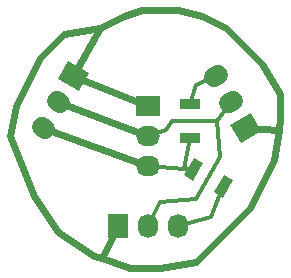
<source format=gbr>
G04 #@! TF.FileFunction,Copper,L1,Top,Signal*
%FSLAX46Y46*%
G04 Gerber Fmt 4.6, Leading zero omitted, Abs format (unit mm)*
G04 Created by KiCad (PCBNEW 4.0.1-stable) date 12/13/2016 5:42:41 PM*
%MOMM*%
G01*
G04 APERTURE LIST*
%ADD10C,0.100000*%
%ADD11C,1.727200*%
%ADD12R,1.727200X2.032000*%
%ADD13O,1.727200X2.032000*%
%ADD14R,2.032000X1.727200*%
%ADD15O,2.032000X1.727200*%
%ADD16R,1.700000X0.900000*%
%ADD17C,0.300000*%
%ADD18C,0.600000*%
G04 APERTURE END LIST*
D10*
G36*
X150943082Y-87009100D02*
X151806682Y-88504900D01*
X150046918Y-89520900D01*
X149183318Y-88025100D01*
X150943082Y-87009100D01*
X150943082Y-87009100D01*
G37*
D11*
X149356982Y-85989095D02*
X149093018Y-86141495D01*
X148086982Y-83789391D02*
X147823018Y-83941791D01*
D12*
X139700000Y-96520000D03*
D13*
X142240000Y-96520000D03*
X144780000Y-96520000D03*
D14*
X142240000Y-86360000D03*
D15*
X142240000Y-88900000D03*
X142240000Y-91440000D03*
D10*
G36*
X134578318Y-84059900D02*
X135441918Y-82564100D01*
X137201682Y-83580100D01*
X136338082Y-85075900D01*
X134578318Y-84059900D01*
X134578318Y-84059900D01*
G37*
D11*
X134488018Y-85943505D02*
X134751982Y-86095905D01*
X133218018Y-88143209D02*
X133481982Y-88295609D01*
D10*
G36*
X145249552Y-92242122D02*
X146099552Y-90769878D01*
X146878974Y-91219878D01*
X146028974Y-92692122D01*
X145249552Y-92242122D01*
X145249552Y-92242122D01*
G37*
G36*
X147761026Y-93692122D02*
X148611026Y-92219878D01*
X149390448Y-92669878D01*
X148540448Y-94142122D01*
X147761026Y-93692122D01*
X147761026Y-93692122D01*
G37*
D16*
X145796000Y-89080000D03*
X145796000Y-86180000D03*
D17*
X142240000Y-96520000D02*
X143256000Y-94488000D01*
X148336000Y-90678000D02*
X148082000Y-87630000D01*
X146304000Y-94234000D02*
X148336000Y-90678000D01*
X143256000Y-94488000D02*
X146304000Y-94234000D01*
X142240000Y-88900000D02*
X143764000Y-88392000D01*
X148082000Y-87630000D02*
X149225000Y-86065295D01*
X144272000Y-87630000D02*
X148082000Y-87630000D01*
X143764000Y-88392000D02*
X144272000Y-87630000D01*
D18*
X134620000Y-86019705D02*
X142240000Y-88900000D01*
D17*
X144780000Y-96520000D02*
X147574000Y-95758000D01*
X147574000Y-95758000D02*
X148575737Y-93181000D01*
X145796000Y-89080000D02*
X145238880Y-91668194D01*
X146064263Y-91731000D02*
X145238880Y-91668194D01*
X145238880Y-91668194D02*
X142240000Y-91440000D01*
X145796000Y-86180000D02*
X146304000Y-84582000D01*
X146304000Y-84582000D02*
X147955000Y-83865591D01*
D18*
X133350000Y-88219409D02*
X142240000Y-91440000D01*
X139700000Y-96520000D02*
X138321143Y-99277714D01*
X135890000Y-83820000D02*
X142240000Y-86360000D01*
X150495000Y-88265000D02*
X153268149Y-88410955D01*
X153268149Y-88410955D02*
X153268149Y-88410957D01*
X135890000Y-83820000D02*
X138176000Y-79756000D01*
X138176000Y-79756000D02*
X140208000Y-78740000D01*
X140208000Y-78740000D02*
X141732000Y-78232000D01*
X141732000Y-78232000D02*
X143256000Y-78232000D01*
X143256000Y-78232000D02*
X144780000Y-78232000D01*
X144780000Y-78232000D02*
X146812000Y-78740000D01*
X146812000Y-78740000D02*
X148844000Y-79756000D01*
X148844000Y-79756000D02*
X150368000Y-81280000D01*
X150368000Y-81280000D02*
X151892000Y-82804000D01*
X151892000Y-82804000D02*
X153416000Y-85344000D01*
X153416000Y-85344000D02*
X153416000Y-87376000D01*
X153416000Y-87376000D02*
X153268149Y-88410957D01*
X153268149Y-88410957D02*
X152908000Y-90932000D01*
X152908000Y-90932000D02*
X151892000Y-92964000D01*
X151892000Y-92964000D02*
X150876000Y-94996000D01*
X150876000Y-94996000D02*
X148336000Y-97536000D01*
X148336000Y-97536000D02*
X146304000Y-99568000D01*
X146304000Y-99568000D02*
X143256000Y-100076000D01*
X143256000Y-100076000D02*
X140716000Y-100076000D01*
X140716000Y-100076000D02*
X138321143Y-99277714D01*
X138321143Y-99277714D02*
X137668000Y-99060000D01*
X137668000Y-99060000D02*
X134620000Y-97028000D01*
X134620000Y-97028000D02*
X132588000Y-93980000D01*
X132588000Y-93980000D02*
X131572000Y-91440000D01*
X131572000Y-91440000D02*
X130556000Y-88900000D01*
X130556000Y-88900000D02*
X131064000Y-86360000D01*
X131064000Y-86360000D02*
X133096000Y-82296000D01*
X133096000Y-82296000D02*
X135128000Y-80264000D01*
X135128000Y-80264000D02*
X138176000Y-79756000D01*
M02*

</source>
